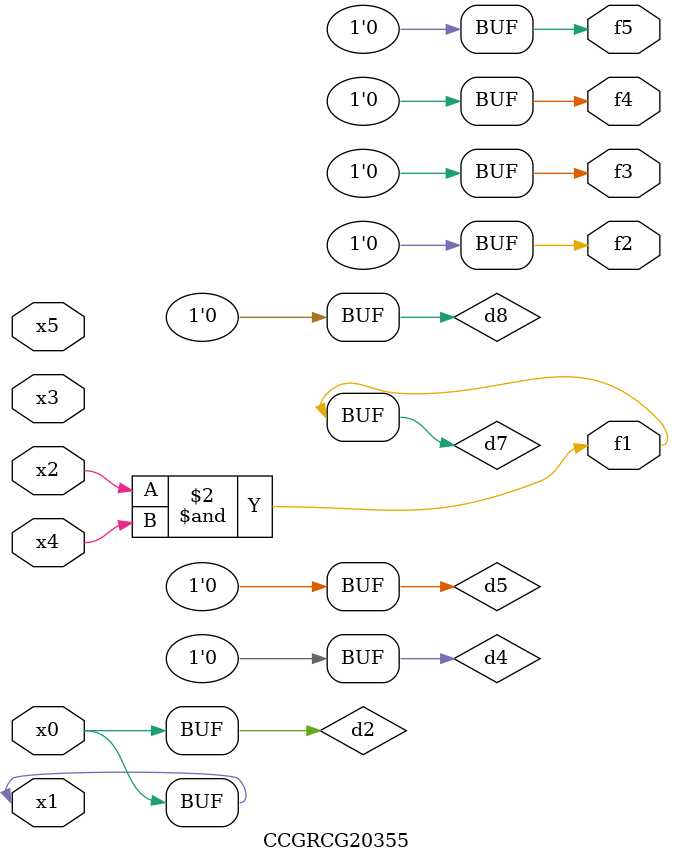
<source format=v>
module CCGRCG20355(
	input x0, x1, x2, x3, x4, x5,
	output f1, f2, f3, f4, f5
);

	wire d1, d2, d3, d4, d5, d6, d7, d8, d9;

	nand (d1, x1);
	buf (d2, x0, x1);
	nand (d3, x2, x4);
	and (d4, d1, d2);
	and (d5, d1, d2);
	nand (d6, d1, d3);
	not (d7, d3);
	xor (d8, d5);
	nor (d9, d5, d6);
	assign f1 = d7;
	assign f2 = d8;
	assign f3 = d8;
	assign f4 = d8;
	assign f5 = d8;
endmodule

</source>
